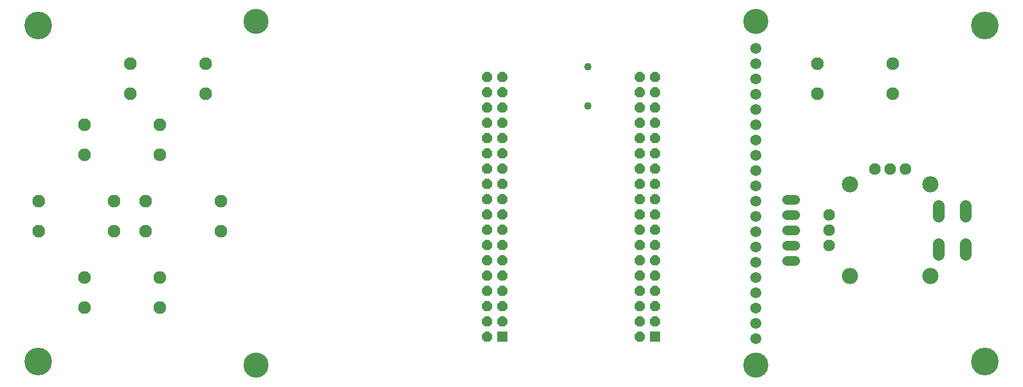
<source format=gbr>
G04 EAGLE Gerber RS-274X export*
G75*
%MOMM*%
%FSLAX34Y34*%
%LPD*%
%INSoldermask Bottom*%
%IPPOS*%
%AMOC8*
5,1,8,0,0,1.08239X$1,22.5*%
G01*
%ADD10C,4.597400*%
%ADD11C,2.112400*%
%ADD12C,1.272400*%
%ADD13R,1.676400X1.676400*%
%ADD14P,1.814519X8X112.500000*%
%ADD15C,1.828800*%
%ADD16C,4.168400*%
%ADD17C,1.574800*%
%ADD18C,1.930400*%
%ADD19C,1.930400*%
%ADD20C,2.692400*%


D10*
X1612900Y596900D03*
X38100Y596900D03*
X1612900Y38100D03*
X38100Y38100D03*
D11*
X164100Y304400D03*
X164100Y254400D03*
X39100Y254400D03*
X39100Y304400D03*
X341900Y304400D03*
X341900Y254400D03*
X216900Y254400D03*
X216900Y304400D03*
X240300Y431400D03*
X240300Y381400D03*
X115300Y381400D03*
X115300Y431400D03*
X191500Y533000D03*
X191500Y483000D03*
X316500Y483000D03*
X316500Y533000D03*
X1334500Y533000D03*
X1334500Y483000D03*
X1459500Y483000D03*
X1459500Y533000D03*
X240300Y177400D03*
X240300Y127400D03*
X115300Y127400D03*
X115300Y177400D03*
D12*
X952500Y527800D03*
X952500Y462800D03*
D13*
X1064520Y79420D03*
D14*
X1039120Y79420D03*
X1064520Y104820D03*
X1039120Y104820D03*
X1064520Y130220D03*
X1039120Y130220D03*
X1064520Y155620D03*
X1039120Y155620D03*
X1064520Y181020D03*
X1039120Y181020D03*
X1064520Y206420D03*
X1039120Y206420D03*
X1064520Y231820D03*
X1039120Y231820D03*
X1064520Y257220D03*
X1039120Y257220D03*
X1064520Y282620D03*
X1039120Y282620D03*
X1064520Y308020D03*
X1039120Y308020D03*
X1064520Y333420D03*
X1039120Y333420D03*
X1064520Y358820D03*
X1039120Y358820D03*
X1064520Y384220D03*
X1039120Y384220D03*
X1064520Y409620D03*
X1039120Y409620D03*
X1064520Y435020D03*
X1039120Y435020D03*
X1064520Y460420D03*
X1039120Y460420D03*
X1064520Y485820D03*
X1039120Y485820D03*
X1064520Y511220D03*
X1039120Y511220D03*
D13*
X810520Y79420D03*
D14*
X785120Y79420D03*
X810520Y104820D03*
X785120Y104820D03*
X810520Y130220D03*
X785120Y130220D03*
X810520Y155620D03*
X785120Y155620D03*
X810520Y181020D03*
X785120Y181020D03*
X810520Y206420D03*
X785120Y206420D03*
X810520Y231820D03*
X785120Y231820D03*
X810520Y257220D03*
X785120Y257220D03*
X810520Y282620D03*
X785120Y282620D03*
X810520Y308020D03*
X785120Y308020D03*
X810520Y333420D03*
X785120Y333420D03*
X810520Y358820D03*
X785120Y358820D03*
X810520Y384220D03*
X785120Y384220D03*
X810520Y409620D03*
X785120Y409620D03*
X810520Y435020D03*
X785120Y435020D03*
X810520Y460420D03*
X785120Y460420D03*
X810520Y485820D03*
X785120Y485820D03*
X810520Y511220D03*
X785120Y511220D03*
D15*
X1231900Y76200D03*
X1231900Y101600D03*
X1231900Y127000D03*
X1231900Y152400D03*
X1231900Y177800D03*
X1231900Y203200D03*
X1231900Y228600D03*
X1231900Y254000D03*
X1231900Y279400D03*
X1231900Y304800D03*
X1231900Y330200D03*
X1231900Y355600D03*
X1231900Y381000D03*
X1231900Y406400D03*
X1231900Y431800D03*
X1231900Y457200D03*
X1231900Y482600D03*
X1231900Y508000D03*
X1231900Y533400D03*
X1231900Y558800D03*
D16*
X1231900Y31750D03*
X1231900Y603250D03*
X400050Y31750D03*
X400050Y603250D03*
D17*
X1283208Y205740D02*
X1297432Y205740D01*
X1297432Y231140D02*
X1283208Y231140D01*
X1283208Y256540D02*
X1297432Y256540D01*
X1297432Y281940D02*
X1283208Y281940D01*
X1283208Y307340D02*
X1297432Y307340D01*
D18*
X1580430Y297180D02*
X1580430Y279400D01*
X1580430Y233680D02*
X1580430Y215900D01*
X1535430Y279400D02*
X1535430Y297180D01*
X1535430Y233680D02*
X1535430Y215900D01*
D19*
X1353820Y281940D03*
X1353820Y256540D03*
X1353820Y231140D03*
D20*
X1522095Y332740D03*
X1388745Y332740D03*
X1388745Y180340D03*
X1522095Y180340D03*
D19*
X1480820Y358140D03*
X1455420Y358140D03*
X1430020Y358140D03*
M02*

</source>
